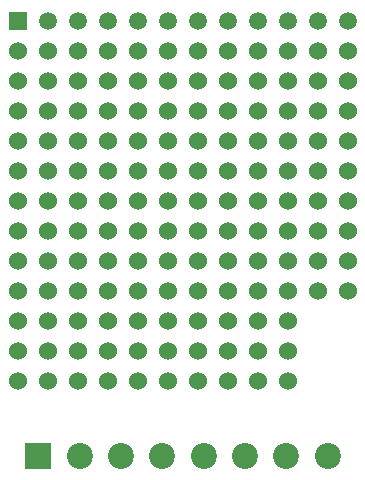
<source format=gbr>
G04 DipTrace 4.0.0.2*
G04 2 - Bottom.gbr*
%MOIN*%
G04 #@! TF.FileFunction,Copper,L2,Bot*
G04 #@! TF.Part,Single*
G04 #@! TA.AperFunction,ComponentPad*
%ADD17R,0.059055X0.059055*%
%ADD18C,0.059055*%
%ADD19R,0.086614X0.086614*%
%ADD20C,0.086614*%
G04 #@! TA.AperFunction,ViaPad*
%ADD21C,0.06*%
%FSLAX26Y26*%
G04*
G70*
G90*
G75*
G01*
G04 Bottom*
%LPD*%
D21*
X-250000Y-100000D3*
X-150000D3*
X-50000D3*
X50000D3*
X150000D3*
X250000D3*
X350000D3*
X450000D3*
X550000D3*
Y-200000D3*
Y-300000D3*
Y-400000D3*
Y-500000D3*
Y-600000D3*
Y-700000D3*
X450000Y-200000D3*
X550000Y-800000D3*
Y-900000D3*
X450000Y-300000D3*
Y-400000D3*
Y-500000D3*
Y-600000D3*
Y-700000D3*
Y-800000D3*
Y-900000D3*
X350000Y-200000D3*
Y-300000D3*
Y-400000D3*
Y-500000D3*
Y-600000D3*
Y-700000D3*
Y-800000D3*
Y-900000D3*
X250000Y-200000D3*
Y-300000D3*
Y-400000D3*
Y-500000D3*
Y-600000D3*
Y-700000D3*
X150000Y-200000D3*
X250000Y-800000D3*
Y-900000D3*
X150000Y-300000D3*
Y-400000D3*
Y-500000D3*
Y-600000D3*
Y-700000D3*
Y-800000D3*
Y-900000D3*
X50000Y-200000D3*
Y-300000D3*
Y-400000D3*
Y-500000D3*
Y-600000D3*
Y-700000D3*
Y-800000D3*
Y-900000D3*
X-50000Y-200000D3*
Y-300000D3*
Y-400000D3*
Y-500000D3*
Y-600000D3*
Y-700000D3*
X-150000Y-200000D3*
X-50000Y-800000D3*
Y-900000D3*
X-150000Y-300000D3*
Y-400000D3*
Y-500000D3*
Y-600000D3*
Y-700000D3*
Y-800000D3*
Y-900000D3*
X-250000Y-200000D3*
Y-300000D3*
Y-400000D3*
Y-500000D3*
Y-600000D3*
Y-700000D3*
Y-800000D3*
Y-900000D3*
X-350000Y-200000D3*
Y-300000D3*
Y-400000D3*
Y-500000D3*
Y-600000D3*
Y-700000D3*
X-450000Y-200000D3*
X-350000Y-800000D3*
Y-900000D3*
X-450000Y-300000D3*
Y-400000D3*
Y-500000D3*
Y-600000D3*
Y-700000D3*
Y-800000D3*
Y-900000D3*
X-550000Y-200000D3*
Y-300000D3*
Y-400000D3*
Y-500000D3*
Y-600000D3*
Y-700000D3*
Y-800000D3*
Y-900000D3*
X-350000Y-100000D3*
X-450000D3*
X-550000D3*
X350000Y-1000000D3*
Y-1100000D3*
Y-1200000D3*
X250000Y-1000000D3*
Y-1100000D3*
Y-1200000D3*
X150000Y-1000000D3*
Y-1100000D3*
Y-1200000D3*
X50000Y-1000000D3*
Y-1100000D3*
Y-1200000D3*
X-50000Y-1000000D3*
Y-1100000D3*
Y-1200000D3*
X-150000Y-1000000D3*
Y-1100000D3*
Y-1200000D3*
X-250000Y-1000000D3*
Y-1100000D3*
Y-1200000D3*
X-350000Y-1000000D3*
Y-1100000D3*
Y-1200000D3*
X-450000Y-1000000D3*
Y-1100000D3*
Y-1200000D3*
X-550000Y-1000000D3*
Y-1100000D3*
Y-1200000D3*
D17*
X-550005Y0D3*
D18*
X-450005D3*
X-350005D3*
X-250005D3*
X-150005D3*
X-50005D3*
X49995D3*
X149995D3*
X249986D3*
X349986D3*
X449986D3*
X549986D3*
D19*
X-481693Y-1450000D3*
D20*
X-343898D3*
X-206102D3*
X-68307D3*
X69488D3*
X207283D3*
X345079D3*
X482874D3*
M02*

</source>
